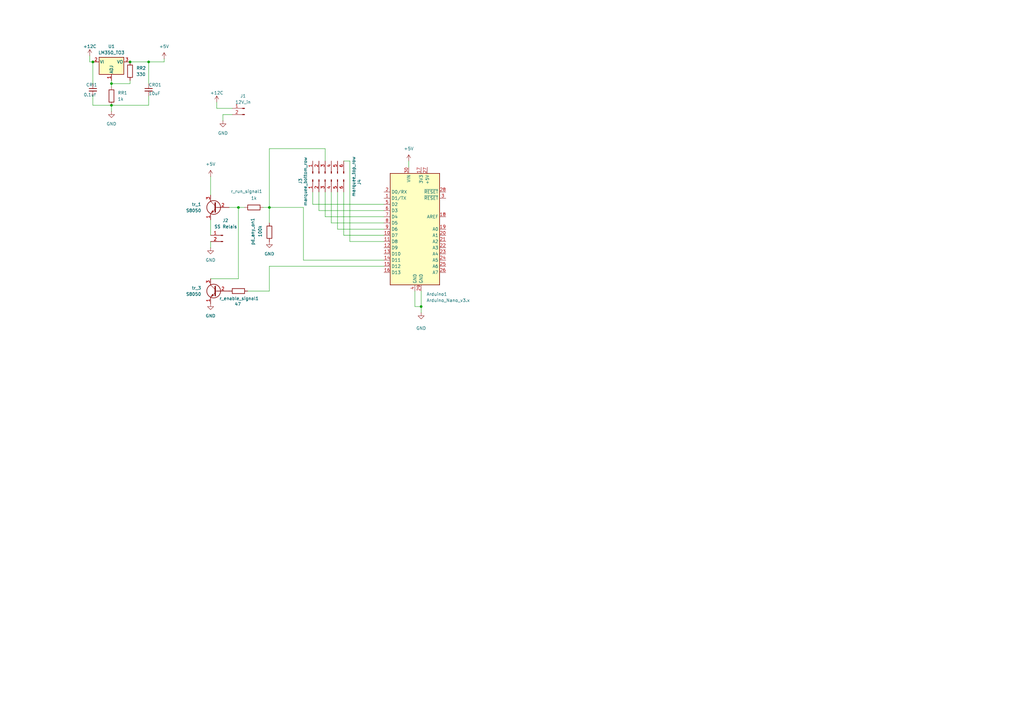
<source format=kicad_sch>
(kicad_sch (version 20231120) (generator "eeschema") (generator_version "8.0")
  (paper "A3")
  (lib_symbols
    (symbol "Connector:Conn_01x02_Pin" (pin_names (offset 1.016) hide)
      (property "Reference" "J" (at 0 2.54 0))
      (property "Value" "Conn_01x02_Pin" (at 0 -5.08 0))
      (symbol "Conn_01x02_Pin_1_1"
        (polyline (pts (xy 1.27 -2.54) (xy 0.8636 -2.54)) (stroke (width 0.1524)))
        (polyline (pts (xy 1.27 0) (xy 0.8636 0)) (stroke (width 0.1524)))
        (rectangle (start 0.8636 -2.413) (end 0 -2.667) (stroke (width 0.1524)) (fill (type outline)))
        (rectangle (start 0.8636 0.127) (end 0 -0.127) (stroke (width 0.1524)) (fill (type outline)))
        (pin passive line (at 5.08 0 180) (length 3.81) (name "Pin_1") (number "1"))
        (pin passive line (at 5.08 -2.54 180) (length 3.81) (name "Pin_2") (number "2"))
      )
    )
    (symbol "Connector:Conn_01x06_Pin" (pin_names (offset 1.016) hide)
      (property "Reference" "J" (at 0 7.62 0))
      (property "Value" "Conn_01x06_Pin" (at 0 -10.16 0))
      (symbol "Conn_01x06_Pin_1_1"
        (polyline (pts (xy 1.27 -7.62) (xy 0.8636 -7.62)) (stroke (width 0.1524)))
        (polyline (pts (xy 1.27 -5.08) (xy 0.8636 -5.08)) (stroke (width 0.1524)))
        (polyline (pts (xy 1.27 -2.54) (xy 0.8636 -2.54)) (stroke (width 0.1524)))
        (polyline (pts (xy 1.27 0) (xy 0.8636 0)) (stroke (width 0.1524)))
        (polyline (pts (xy 1.27 2.54) (xy 0.8636 2.54)) (stroke (width 0.1524)))
        (polyline (pts (xy 1.27 5.08) (xy 0.8636 5.08)) (stroke (width 0.1524)))
        (rectangle (start 0.8636 -7.493) (end 0 -7.747) (stroke (width 0.1524)) (fill (type outline)))
        (rectangle (start 0.8636 -4.953) (end 0 -5.207) (stroke (width 0.1524)) (fill (type outline)))
        (rectangle (start 0.8636 -2.413) (end 0 -2.667) (stroke (width 0.1524)) (fill (type outline)))
        (rectangle (start 0.8636 0.127) (end 0 -0.127) (stroke (width 0.1524)) (fill (type outline)))
        (rectangle (start 0.8636 2.667) (end 0 2.413) (stroke (width 0.1524)) (fill (type outline)))
        (rectangle (start 0.8636 5.207) (end 0 4.953) (stroke (width 0.1524)) (fill (type outline)))
        (pin passive line (at 5.08 5.08 180) (length 3.81) (name "Pin_1") (number "1"))
        (pin passive line (at 5.08 2.54 180) (length 3.81) (name "Pin_2") (number "2"))
        (pin passive line (at 5.08 0 180) (length 3.81) (name "Pin_3") (number "3"))
        (pin passive line (at 5.08 -2.54 180) (length 3.81) (name "Pin_4") (number "4"))
        (pin passive line (at 5.08 -5.08 180) (length 3.81) (name "Pin_5") (number "5"))
        (pin passive line (at 5.08 -7.62 180) (length 3.81) (name "Pin_6") (number "6"))
      )
    )
    (symbol "Device:C_Small" (pin_numbers hide) (pin_names (offset 0.254) hide)
      (property "Reference" "C" (at 0.254 1.778 0))
      (property "Value" "C_Small" (at 0.254 -2.032 0))
      (symbol "C_Small_0_1"
        (polyline (pts (xy -1.524 -0.508) (xy 1.524 -0.508)) (stroke (width 0.3302)))
        (polyline (pts (xy -1.524 0.508) (xy 1.524 0.508)) (stroke (width 0.3048)))
      )
      (symbol "C_Small_1_1"
        (pin passive line (at 0 2.54 270) (length 2.032) (name "~") (number "1"))
        (pin passive line (at 0 -2.54 90) (length 2.032) (name "~") (number "2"))
      )
    )
    (symbol "Device:R" (pin_numbers hide) (pin_names (offset 0))
      (property "Reference" "R" (at 2.032 0 90))
      (property "Value" "R" (at 0 0 90))
      (symbol "R_0_1"
        (rectangle (start -1.016 -2.54) (end 1.016 2.54) (stroke (width 0.254)))
      )
      (symbol "R_1_1"
        (pin passive line (at 0 3.81 270) (length 1.27) (name "~") (number "1"))
        (pin passive line (at 0 -3.81 90) (length 1.27) (name "~") (number "2"))
      )
    )
    (symbol "MCU_Module:Arduino_Nano_v3.x"
      (property "Reference" "A" (at -10.16 23.495 0))
      (property "Value" "Arduino_Nano_v3.x" (at 5.08 -24.13 0))
      (symbol "Arduino_Nano_v3.x_0_1"
        (rectangle (start -10.16 22.86) (end 10.16 -22.86) (stroke (width 0.254)) (fill (type background)))
      )
      (symbol "Arduino_Nano_v3.x_1_1"
        (pin bidirectional line (at -12.7 12.7 0) (length 2.54) (name "D1/TX") (number "1"))
        (pin bidirectional line (at -12.7 -2.54 0) (length 2.54) (name "D7") (number "10"))
        (pin bidirectional line (at -12.7 -5.08 0) (length 2.54) (name "D8") (number "11"))
        (pin bidirectional line (at -12.7 -7.62 0) (length 2.54) (name "D9") (number "12"))
        (pin bidirectional line (at -12.7 -10.16 0) (length 2.54) (name "D10") (number "13"))
        (pin bidirectional line (at -12.7 -12.7 0) (length 2.54) (name "D11") (number "14"))
        (pin bidirectional line (at -12.7 -15.24 0) (length 2.54) (name "D12") (number "15"))
        (pin bidirectional line (at -12.7 -17.78 0) (length 2.54) (name "D13") (number "16"))
        (pin power_out line (at 2.54 25.4 270) (length 2.54) (name "3V3") (number "17"))
        (pin input line (at 12.7 5.08 180) (length 2.54) (name "AREF") (number "18"))
        (pin bidirectional line (at 12.7 0 180) (length 2.54) (name "A0") (number "19"))
        (pin bidirectional line (at -12.7 15.24 0) (length 2.54) (name "D0/RX") (number "2"))
        (pin bidirectional line (at 12.7 -2.54 180) (length 2.54) (name "A1") (number "20"))
        (pin bidirectional line (at 12.7 -5.08 180) (length 2.54) (name "A2") (number "21"))
        (pin bidirectional line (at 12.7 -7.62 180) (length 2.54) (name "A3") (number "22"))
        (pin bidirectional line (at 12.7 -10.16 180) (length 2.54) (name "A4") (number "23"))
        (pin bidirectional line (at 12.7 -12.7 180) (length 2.54) (name "A5") (number "24"))
        (pin bidirectional line (at 12.7 -15.24 180) (length 2.54) (name "A6") (number "25"))
        (pin bidirectional line (at 12.7 -17.78 180) (length 2.54) (name "A7") (number "26"))
        (pin power_out line (at 5.08 25.4 270) (length 2.54) (name "+5V") (number "27"))
        (pin input line (at 12.7 15.24 180) (length 2.54) (name "~{RESET}") (number "28"))
        (pin power_in line (at 2.54 -25.4 90) (length 2.54) (name "GND") (number "29"))
        (pin input line (at 12.7 12.7 180) (length 2.54) (name "~{RESET}") (number "3"))
        (pin power_in line (at -2.54 25.4 270) (length 2.54) (name "VIN") (number "30"))
        (pin power_in line (at 0 -25.4 90) (length 2.54) (name "GND") (number "4"))
        (pin bidirectional line (at -12.7 10.16 0) (length 2.54) (name "D2") (number "5"))
        (pin bidirectional line (at -12.7 7.62 0) (length 2.54) (name "D3") (number "6"))
        (pin bidirectional line (at -12.7 5.08 0) (length 2.54) (name "D4") (number "7"))
        (pin bidirectional line (at -12.7 2.54 0) (length 2.54) (name "D5") (number "8"))
        (pin bidirectional line (at -12.7 0 0) (length 2.54) (name "D6") (number "9"))
      )
    )
    (symbol "Regulator_Linear:LM350_TO3" (pin_names (offset 0.254))
      (property "Reference" "U" (at -3.81 3.175 0))
      (property "Value" "LM350_TO3" (at 0 3.175 0))
      (symbol "LM350_TO3_0_1"
        (rectangle (start -5.08 1.905) (end 5.08 -5.08) (stroke (width 0.254)) (fill (type background)))
      )
      (symbol "LM350_TO3_1_1"
        (pin input line (at 0 -7.62 90) (length 2.54) (name "ADJ") (number "1"))
        (pin power_in line (at -7.62 0 0) (length 2.54) (name "VI") (number "2"))
        (pin power_out line (at 7.62 0 180) (length 2.54) (name "VO") (number "3"))
      )
    )
    (symbol "Transistor_BJT:S8050" (pin_names (offset 0) hide)
      (property "Reference" "Q" (at 5.08 1.905 0))
      (property "Value" "S8050" (at 5.08 0 0))
      (symbol "S8050_0_1"
        (polyline (pts (xy 0 0) (xy 0.635 0)))
        (polyline (pts (xy 0.635 0.635) (xy 2.54 2.54)))
        (polyline (pts (xy 0.635 -0.635) (xy 2.54 -2.54) (xy 2.54 -2.54)))
        (polyline (pts (xy 0.635 1.905) (xy 0.635 -1.905) (xy 0.635 -1.905)) (stroke (width 0.508)))
        (polyline (pts (xy 1.27 -1.778) (xy 1.778 -1.27) (xy 2.286 -2.286) (xy 1.27 -1.778) (xy 1.27 -1.778)) (fill (type outline)))
        (circle (center 1.27 0) (radius 2.8194) (stroke (width 0.254)))
      )
      (symbol "S8050_1_1"
        (pin passive line (at 2.54 -5.08 90) (length 2.54) (name "E") (number "1"))
        (pin input line (at -5.08 0 0) (length 5.08) (name "B") (number "2"))
        (pin passive line (at 2.54 5.08 270) (length 2.54) (name "C") (number "3"))
      )
    )
    (symbol "power:+12C" (power) (pin_numbers hide) (pin_names (offset 0) hide)
      (property "Value" "+12C" (at 0 3.556 0))
      (symbol "+12C_0_1"
        (polyline (pts (xy -0.762 1.27) (xy 0 2.54)))
        (polyline (pts (xy 0 0) (xy 0 2.54)))
        (polyline (pts (xy 0 2.54) (xy 0.762 1.27)))
      )
      (symbol "+12C_1_1"
        (pin power_in line (at 0 0 90) (length 0) (name "~") (number "1"))
      )
    )
    (symbol "power:+5V" (power) (pin_numbers hide) (pin_names (offset 0) hide)
      (property "Value" "+5V" (at 0 3.556 0))
      (symbol "+5V_0_1"
        (polyline (pts (xy -0.762 1.27) (xy 0 2.54)))
        (polyline (pts (xy 0 0) (xy 0 2.54)))
        (polyline (pts (xy 0 2.54) (xy 0.762 1.27)))
      )
      (symbol "+5V_1_1"
        (pin power_in line (at 0 0 90) (length 0) (name "~") (number "1"))
      )
    )
    (symbol "power:GND" (power) (pin_numbers hide) (pin_names (offset 0) hide)
      (property "Value" "GND" (at 0 -3.81 0))
      (symbol "GND_0_1"
        (polyline (pts (xy 0 0) (xy 0 -1.27) (xy 1.27 -1.27) (xy 0 -2.54) (xy -1.27 -1.27) (xy 0 -1.27)))
      )
      (symbol "GND_1_1"
        (pin power_in line (at 0 0 270) (length 0) (name "~") (number "1"))
      )
    )
  )
  (junction (at 172.72 125.73))
  (junction (at 110.49 85.09))
  (junction (at 38.1 25.4))
  (junction (at 97.79 85.09))
  (junction (at 45.72 43.18))
  (junction (at 53.34 25.4))
  (junction (at 60.96 25.4))
  (junction (at 45.72 34.29))
  (wire (pts (xy 140.97 96.52) (xy 157.48 96.52)))
  (wire (pts (xy 133.35 88.9) (xy 157.48 88.9)))
  (wire (pts (xy 172.72 125.73) (xy 172.72 128.27)))
  (wire (pts (xy 170.18 125.73) (xy 172.72 125.73)))
  (wire (pts (xy 86.36 72.39) (xy 86.36 80.01)))
  (wire (pts (xy 133.35 60.96) (xy 133.35 66.04)))
  (wire (pts (xy 110.49 119.38) (xy 101.6 119.38)))
  (wire (pts (xy 95.25 46.99) (xy 91.44 46.99)))
  (wire (pts (xy 110.49 109.22) (xy 110.49 119.38)))
  (wire (pts (xy 45.72 34.29) (xy 53.34 34.29)))
  (wire (pts (xy 172.72 119.38) (xy 172.72 125.73)))
  (wire (pts (xy 135.89 91.44) (xy 157.48 91.44)))
  (wire (pts (xy 53.34 34.29) (xy 53.34 33.02)))
  (wire (pts (xy 88.9 41.91) (xy 88.9 44.45)))
  (wire (pts (xy 140.97 66.04) (xy 143.51 66.04)))
  (wire (pts (xy 110.49 60.96) (xy 133.35 60.96)))
  (wire (pts (xy 133.35 78.74) (xy 133.35 88.9)))
  (wire (pts (xy 157.48 106.68) (xy 124.46 106.68)))
  (wire (pts (xy 124.46 106.68) (xy 124.46 85.09)))
  (wire (pts (xy 110.49 60.96) (xy 110.49 85.09)))
  (wire (pts (xy 170.18 119.38) (xy 170.18 125.73)))
  (wire (pts (xy 60.96 25.4) (xy 67.31 25.4)))
  (wire (pts (xy 93.98 85.09) (xy 97.79 85.09)))
  (wire (pts (xy 167.64 66.04) (xy 167.64 68.58)))
  (wire (pts (xy 67.31 24.13) (xy 67.31 25.4)))
  (wire (pts (xy 53.34 25.4) (xy 60.96 25.4)))
  (wire (pts (xy 45.72 43.18) (xy 60.96 43.18)))
  (wire (pts (xy 128.27 83.82) (xy 128.27 78.74)))
  (wire (pts (xy 143.51 66.04) (xy 143.51 99.06)))
  (wire (pts (xy 138.43 93.98) (xy 157.48 93.98)))
  (wire (pts (xy 97.79 85.09) (xy 97.79 114.3)))
  (wire (pts (xy 130.81 78.74) (xy 130.81 86.36)))
  (wire (pts (xy 45.72 35.56) (xy 45.72 34.29)))
  (wire (pts (xy 45.72 45.72) (xy 45.72 43.18)))
  (wire (pts (xy 86.36 99.06) (xy 86.36 101.6)))
  (wire (pts (xy 60.96 39.37) (xy 60.96 43.18)))
  (wire (pts (xy 143.51 99.06) (xy 157.48 99.06)))
  (wire (pts (xy 135.89 78.74) (xy 135.89 91.44)))
  (wire (pts (xy 124.46 85.09) (xy 110.49 85.09)))
  (wire (pts (xy 157.48 83.82) (xy 128.27 83.82)))
  (wire (pts (xy 110.49 85.09) (xy 110.49 91.44)))
  (wire (pts (xy 36.83 25.4) (xy 38.1 25.4)))
  (wire (pts (xy 100.33 85.09) (xy 97.79 85.09)))
  (wire (pts (xy 130.81 86.36) (xy 157.48 86.36)))
  (wire (pts (xy 138.43 78.74) (xy 138.43 93.98)))
  (wire (pts (xy 107.95 85.09) (xy 110.49 85.09)))
  (wire (pts (xy 86.36 90.17) (xy 86.36 96.52)))
  (wire (pts (xy 60.96 34.29) (xy 60.96 25.4)))
  (wire (pts (xy 38.1 39.37) (xy 38.1 43.18)))
  (wire (pts (xy 140.97 78.74) (xy 140.97 96.52)))
  (wire (pts (xy 38.1 34.29) (xy 38.1 25.4)))
  (wire (pts (xy 97.79 114.3) (xy 86.36 114.3)))
  (wire (pts (xy 157.48 109.22) (xy 110.49 109.22)))
  (wire (pts (xy 88.9 44.45) (xy 95.25 44.45)))
  (wire (pts (xy 45.72 34.29) (xy 45.72 33.02)))
  (wire (pts (xy 36.83 22.86) (xy 36.83 25.4)))
  (wire (pts (xy 91.44 46.99) (xy 91.44 49.53)))
  (wire (pts (xy 38.1 43.18) (xy 45.72 43.18)))
  (symbol (lib_id "power:+12C") (at 36.83 22.86 0) (unit 1)
    (property "Reference" "#PWR0116" (effects (hide yes)))
    (property "Value" "+12C" (at 36.83 19.05 0))
    (property "Description" "Power symbol creates a global label with name \"+12C\"" (effects (hide yes)))
  )
  (symbol (lib_id "Device:R") (at 104.14 85.09 270) (unit 1)
    (property "Reference" "r_run_signal1" (at 101.092 78.486 90))
    (property "Value" "1k" (at 104.14 81.28 90))
    (property "Footprint" "Resistor_THT:R_Axial_DIN0207_L6.3mm_D2.5mm_P7.62mm_Horizontal" (effects (hide yes)))
    (property "Description" "Resistor" (effects (hide yes)))
  )
  (symbol (lib_id "power:GND") (at 110.49 99.06 0) (unit 1)
    (property "Reference" "#PWR05" (effects (hide yes)))
    (property "Value" "GND" (at 110.49 104.14 0))
    (property "Description" "Power symbol creates a global label with name \"GND\" , ground" (effects (hide yes)))
  )
  (symbol (lib_id "Device:C_Small") (at 60.96 36.83 0) (unit 1)
    (property "Reference" "CRO1" (at 60.96 34.798 0) (effects (justify left)))
    (property "Value" "10uF" (at 60.96 38.354 0) (effects (justify left)))
    (property "Footprint" "Capacitor_THT:C_Disc_D5.1mm_W3.2mm_P5.00mm" (effects (hide yes)))
    (property "Description" "Unpolarized capacitor, small symbol" (effects (hide yes)))
  )
  (symbol (lib_id "power:+5V") (at 67.31 24.13 0) (unit 1)
    (property "Reference" "#PWR0115" (effects (hide yes)))
    (property "Value" "+5V" (at 67.31 19.05 0))
    (property "Description" "Power symbol creates a global label with name \"+5V\"" (effects (hide yes)))
  )
  (symbol (lib_id "Regulator_Linear:LM350_TO3") (at 45.72 25.4 0) (unit 1)
    (property "Reference" "U1" (at 45.72 19.05 0))
    (property "Value" "LM350_TO3" (at 45.72 21.59 0))
    (property "Footprint" "Package_TO_SOT_THT:TO-92" (effects (hide yes)))
    (property "Datasheet" "http://www.ti.com/lit/ds/symlink/lm350a.pdf" (effects (hide yes)))
    (property "Description" "3A 33V Adjustable Linear Regulator, TO-3" (effects (hide yes)))
  )
  (symbol (lib_id "power:+12C") (at 88.9 41.91 0) (unit 1)
    (property "Reference" "#PWR0123" (effects (hide yes)))
    (property "Value" "+12C" (at 88.9 38.1 0))
    (property "Description" "Power symbol creates a global label with name \"+12C\"" (effects (hide yes)))
  )
  (symbol (lib_id "Device:R") (at 110.49 95.25 0) (unit 1)
    (property "Reference" "pd_any_on1" (at 103.632 100.584 90) (effects (justify left)))
    (property "Value" "100k" (at 106.68 97.282 90) (effects (justify left)))
    (property "Footprint" "Resistor_THT:R_Axial_DIN0207_L6.3mm_D2.5mm_P7.62mm_Horizontal" (effects (hide yes)))
    (property "Description" "Resistor" (effects (hide yes)))
  )
  (symbol (lib_id "Connector:Conn_01x06_Pin") (at 133.35 73.66 90) (mirror x) (unit 1)
    (property "Reference" "J3" (at 123.19 74.295 0))
    (property "Value" "marquee_bottom_row" (at 125.222 74.422 0))
    (property "Footprint" "Connector_PinHeader_2.00mm:PinHeader_1x06_P2.00mm_Vertical" (effects (hide yes)))
    (property "Description" "Generic connector, single row, 01x06, script generated" (effects (hide yes)))
  )
  (symbol (lib_id "power:+5V") (at 86.36 72.39 0) (unit 1)
    (property "Reference" "#PWR06" (effects (hide yes)))
    (property "Value" "+5V" (at 86.36 67.31 0))
    (property "Description" "Power symbol creates a global label with name \"+5V\"" (effects (hide yes)))
  )
  (symbol (lib_id "power:GND") (at 86.36 124.46 0) (unit 1)
    (property "Reference" "#PWR08" (effects (hide yes)))
    (property "Value" "GND" (at 86.36 129.54 0))
    (property "Description" "Power symbol creates a global label with name \"GND\" , ground" (effects (hide yes)))
  )
  (symbol (lib_id "Transistor_BJT:S8050") (at 88.9 85.09 0) (mirror y) (unit 1)
    (property "Reference" "tr_1" (at 82.55 83.8199 0) (effects (justify left)))
    (property "Value" "S8050" (at 82.55 86.3599 0) (effects (justify left)))
    (property "Footprint" "Package_TO_SOT_THT:TO-92_Inline" (effects (hide yes)))
    (property "Datasheet" "http://www.unisonic.com.tw/datasheet/S8050.pdf" (effects (hide yes)))
    (property "Description" "0.7A Ic, 20V Vce, Low Voltage High Current NPN Transistor, TO-92" (effects (hide yes)))
  )
  (symbol (lib_id "power:GND") (at 172.72 128.27 0) (unit 1)
    (property "Reference" "#PWR0130" (effects (hide yes)))
    (property "Value" "GND" (at 172.72 134.62 0))
    (property "Description" "Power symbol creates a global label with name \"GND\" , ground" (effects (hide yes)))
  )
  (symbol (lib_id "Device:R") (at 53.34 29.21 0) (unit 1)
    (property "Reference" "RR2" (at 55.88 27.9399 0) (effects (justify left)))
    (property "Value" "330" (at 55.88 30.4799 0) (effects (justify left)))
    (property "Footprint" "Resistor_THT:R_Axial_DIN0207_L6.3mm_D2.5mm_P7.62mm_Horizontal" (effects (hide yes)))
    (property "Description" "Resistor" (effects (hide yes)))
  )
  (symbol (lib_id "Device:C_Small") (at 38.1 36.83 0) (unit 1)
    (property "Reference" "CRI1" (at 35.306 34.798 0) (effects (justify left)))
    (property "Value" "0.1uf" (at 34.29 38.862 0) (effects (justify left)))
    (property "Footprint" "Capacitor_THT:C_Disc_D5.1mm_W3.2mm_P5.00mm" (effects (hide yes)))
    (property "Description" "Unpolarized capacitor, small symbol" (effects (hide yes)))
  )
  (symbol (lib_id "MCU_Module:Arduino_Nano_v3.x") (at 170.18 93.98 0) (unit 1)
    (property "Reference" "Arduino1" (at 174.9141 120.65 0) (effects (justify left)))
    (property "Value" "Arduino_Nano_v3.x" (at 174.9141 123.19 0) (effects (justify left)))
    (property "Footprint" "Module:Arduino_Nano" (effects (hide yes)))
    (property "Datasheet" "http://www.mouser.com/pdfdocs/Gravitech_Arduino_Nano3_0.pdf" (effects (hide yes)))
    (property "Description" "Arduino Nano v3.x" (effects (hide yes)))
  )
  (symbol (lib_id "Connector:Conn_01x02_Pin") (at 91.44 96.52 0) (mirror y) (unit 1)
    (property "Reference" "J2" (at 92.456 90.424 0))
    (property "Value" "SS Relais" (at 92.583 92.964 0))
    (property "Footprint" "Connector_Wire:SolderWire-1sqmm_1x02_P5.4mm_D1.4mm_OD2.7mm" (effects (hide yes)))
    (property "Description" "Generic connector, single row, 01x02, script generated" (effects (hide yes)))
  )
  (symbol (lib_id "Connector:Conn_01x06_Pin") (at 133.35 71.12 90) (unit 1)
    (property "Reference" "J4" (at 147.32 74.676 0))
    (property "Value" "marquee_top_row" (at 145.034 72.39 0))
    (property "Footprint" "Connector_PinHeader_2.00mm:PinHeader_1x06_P2.00mm_Vertical" (effects (hide yes)))
    (property "Description" "Generic connector, single row, 01x06, script generated" (effects (hide yes)))
  )
  (symbol (lib_id "power:GND") (at 86.36 101.6 0) (unit 1)
    (property "Reference" "#PWR07" (effects (hide yes)))
    (property "Value" "GND" (at 86.36 106.68 0))
    (property "Description" "Power symbol creates a global label with name \"GND\" , ground" (effects (hide yes)))
  )
  (symbol (lib_id "Device:R") (at 45.72 39.37 0) (unit 1)
    (property "Reference" "RR1" (at 48.26 38.0999 0) (effects (justify left)))
    (property "Value" "1k" (at 48.26 40.6399 0) (effects (justify left)))
    (property "Footprint" "Resistor_THT:R_Axial_DIN0207_L6.3mm_D2.5mm_P7.62mm_Horizontal" (effects (hide yes)))
    (property "Description" "Resistor" (effects (hide yes)))
  )
  (symbol (lib_id "power:GND") (at 91.44 49.53 0) (unit 1)
    (property "Reference" "#PWR0122" (effects (hide yes)))
    (property "Value" "GND" (at 91.44 54.61 0))
    (property "Description" "Power symbol creates a global label with name \"GND\" , ground" (effects (hide yes)))
  )
  (symbol (lib_id "power:+5V") (at 167.64 66.04 0) (unit 1)
    (property "Reference" "#PWR04" (effects (hide yes)))
    (property "Value" "+5V" (at 167.64 60.96 0))
    (property "Description" "Power symbol creates a global label with name \"+5V\"" (effects (hide yes)))
  )
  (symbol (lib_id "Transistor_BJT:S8050") (at 88.9 119.38 0) (mirror y) (unit 1)
    (property "Reference" "tr_3" (at 82.55 118.1099 0) (effects (justify left)))
    (property "Value" "S8050" (at 82.55 120.6499 0) (effects (justify left)))
    (property "Footprint" "Package_TO_SOT_THT:TO-92_Inline" (effects (hide yes)))
    (property "Datasheet" "http://www.unisonic.com.tw/datasheet/S8050.pdf" (effects (hide yes)))
    (property "Description" "0.7A Ic, 20V Vce, Low Voltage High Current NPN Transistor, TO-92" (effects (hide yes)))
  )
  (symbol (lib_id "Device:R") (at 97.79 119.38 90) (unit 1)
    (property "Reference" "r_enable_signal1" (at 98.044 122.428 90))
    (property "Value" "47" (at 97.536 124.714 90))
    (property "Footprint" "Resistor_THT:R_Axial_DIN0207_L6.3mm_D2.5mm_P7.62mm_Horizontal" (effects (hide yes)))
    (property "Description" "Resistor" (effects (hide yes)))
  )
  (symbol (lib_id "Connector:Conn_01x02_Pin") (at 100.33 44.45 0) (mirror y) (unit 1)
    (property "Reference" "J1" (at 99.695 39.37 0))
    (property "Value" "12V_in" (at 99.695 41.91 0))
    (property "Footprint" "Connector_Wire:SolderWire-1sqmm_1x02_P5.4mm_D1.4mm_OD2.7mm" (effects (hide yes)))
    (property "Description" "Generic connector, single row, 01x02, script generated" (effects (hide yes)))
  )
  (symbol (lib_id "power:GND") (at 45.72 45.72 0) (unit 1)
    (property "Reference" "#PWR03" (effects (hide yes)))
    (property "Value" "GND" (at 45.72 50.8 0))
    (property "Description" "Power symbol creates a global label with name \"GND\" , ground" (effects (hide yes)))
  )
)
</source>
